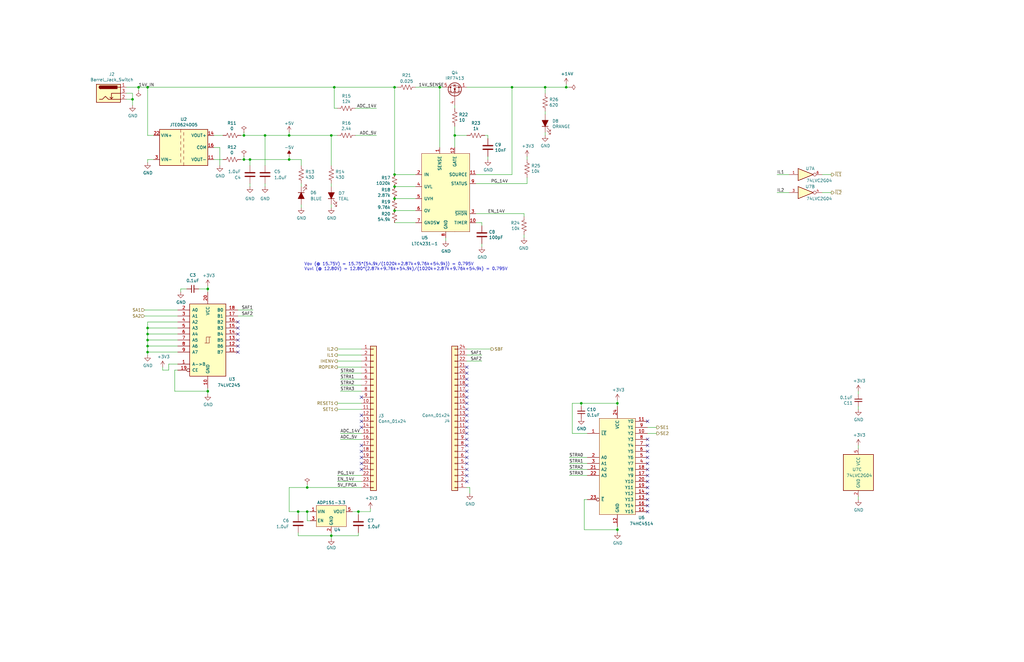
<source format=kicad_sch>
(kicad_sch (version 20211123) (generator eeschema)
  (paper "USLedger")
  (lib_symbols
    (symbol "Connector:Barrel_Jack_Switch" (pin_names hide)
      (property "Reference" "J" (at 0 5.334 0))
      (property "Value" "Barrel_Jack_Switch" (at 0 -5.08 0))
      (symbol "Barrel_Jack_Switch_0_1"
        (rectangle (start -5.08 3.81) (end 5.08 -3.81) (stroke (width 0.254)) (fill (type background)))
        (arc (start -3.302 3.175) (mid -3.937 2.54) (end -3.302 1.905) (stroke (width 0.254)))
        (arc (start -3.302 3.175) (mid -3.937 2.54) (end -3.302 1.905) (stroke (width 0.254)) (fill (type outline)))
        (polyline (pts (xy 1.27 -2.286) (xy 1.905 -1.651)) (stroke (width 0.254)))
        (polyline (pts (xy 5.08 2.54) (xy 3.81 2.54)) (stroke (width 0.254)))
        (polyline (pts (xy 5.08 0) (xy 1.27 0) (xy 1.27 -2.286) (xy 0.635 -1.651)) (stroke (width 0.254)))
        (polyline (pts (xy -3.81 -2.54) (xy -2.54 -2.54) (xy -1.27 -1.27) (xy 0 -2.54) (xy 2.54 -2.54) (xy 5.08 -2.54)) (stroke (width 0.254)))
        (rectangle (start 3.683 3.175) (end -3.302 1.905) (stroke (width 0.254)) (fill (type outline)))
      )
      (symbol "Barrel_Jack_Switch_1_1"
        (pin passive line (at 7.62 2.54 180) (length 2.54) (name "~") (number "1"))
        (pin passive line (at 7.62 -2.54 180) (length 2.54) (name "~") (number "2"))
        (pin passive line (at 7.62 0 180) (length 2.54) (name "~") (number "3"))
      )
    )
    (symbol "Connector_Generic:Conn_01x24" (pin_names (offset 1.016) hide)
      (property "Reference" "J" (at 0 30.48 0))
      (property "Value" "Conn_01x24" (at 0 -33.02 0))
      (symbol "Conn_01x24_1_1"
        (rectangle (start -1.27 -30.353) (end 0 -30.607) (stroke (width 0.1524)))
        (rectangle (start -1.27 -27.813) (end 0 -28.067) (stroke (width 0.1524)))
        (rectangle (start -1.27 -25.273) (end 0 -25.527) (stroke (width 0.1524)))
        (rectangle (start -1.27 -22.733) (end 0 -22.987) (stroke (width 0.1524)))
        (rectangle (start -1.27 -20.193) (end 0 -20.447) (stroke (width 0.1524)))
        (rectangle (start -1.27 -17.653) (end 0 -17.907) (stroke (width 0.1524)))
        (rectangle (start -1.27 -15.113) (end 0 -15.367) (stroke (width 0.1524)))
        (rectangle (start -1.27 -12.573) (end 0 -12.827) (stroke (width 0.1524)))
        (rectangle (start -1.27 -10.033) (end 0 -10.287) (stroke (width 0.1524)))
        (rectangle (start -1.27 -7.493) (end 0 -7.747) (stroke (width 0.1524)))
        (rectangle (start -1.27 -4.953) (end 0 -5.207) (stroke (width 0.1524)))
        (rectangle (start -1.27 -2.413) (end 0 -2.667) (stroke (width 0.1524)))
        (rectangle (start -1.27 0.127) (end 0 -0.127) (stroke (width 0.1524)))
        (rectangle (start -1.27 2.667) (end 0 2.413) (stroke (width 0.1524)))
        (rectangle (start -1.27 5.207) (end 0 4.953) (stroke (width 0.1524)))
        (rectangle (start -1.27 7.747) (end 0 7.493) (stroke (width 0.1524)))
        (rectangle (start -1.27 10.287) (end 0 10.033) (stroke (width 0.1524)))
        (rectangle (start -1.27 12.827) (end 0 12.573) (stroke (width 0.1524)))
        (rectangle (start -1.27 15.367) (end 0 15.113) (stroke (width 0.1524)))
        (rectangle (start -1.27 17.907) (end 0 17.653) (stroke (width 0.1524)))
        (rectangle (start -1.27 20.447) (end 0 20.193) (stroke (width 0.1524)))
        (rectangle (start -1.27 22.987) (end 0 22.733) (stroke (width 0.1524)))
        (rectangle (start -1.27 25.527) (end 0 25.273) (stroke (width 0.1524)))
        (rectangle (start -1.27 28.067) (end 0 27.813) (stroke (width 0.1524)))
        (rectangle (start -1.27 29.21) (end 1.27 -31.75) (stroke (width 0.254)) (fill (type background)))
        (pin passive line (at -5.08 27.94 0) (length 3.81) (name "Pin_1") (number "1"))
        (pin passive line (at -5.08 5.08 0) (length 3.81) (name "Pin_10") (number "10"))
        (pin passive line (at -5.08 2.54 0) (length 3.81) (name "Pin_11") (number "11"))
        (pin passive line (at -5.08 0 0) (length 3.81) (name "Pin_12") (number "12"))
        (pin passive line (at -5.08 -2.54 0) (length 3.81) (name "Pin_13") (number "13"))
        (pin passive line (at -5.08 -5.08 0) (length 3.81) (name "Pin_14") (number "14"))
        (pin passive line (at -5.08 -7.62 0) (length 3.81) (name "Pin_15") (number "15"))
        (pin passive line (at -5.08 -10.16 0) (length 3.81) (name "Pin_16") (number "16"))
        (pin passive line (at -5.08 -12.7 0) (length 3.81) (name "Pin_17") (number "17"))
        (pin passive line (at -5.08 -15.24 0) (length 3.81) (name "Pin_18") (number "18"))
        (pin passive line (at -5.08 -17.78 0) (length 3.81) (name "Pin_19") (number "19"))
        (pin passive line (at -5.08 25.4 0) (length 3.81) (name "Pin_2") (number "2"))
        (pin passive line (at -5.08 -20.32 0) (length 3.81) (name "Pin_20") (number "20"))
        (pin passive line (at -5.08 -22.86 0) (length 3.81) (name "Pin_21") (number "21"))
        (pin passive line (at -5.08 -25.4 0) (length 3.81) (name "Pin_22") (number "22"))
        (pin passive line (at -5.08 -27.94 0) (length 3.81) (name "Pin_23") (number "23"))
        (pin passive line (at -5.08 -30.48 0) (length 3.81) (name "Pin_24") (number "24"))
        (pin passive line (at -5.08 22.86 0) (length 3.81) (name "Pin_3") (number "3"))
        (pin passive line (at -5.08 20.32 0) (length 3.81) (name "Pin_4") (number "4"))
        (pin passive line (at -5.08 17.78 0) (length 3.81) (name "Pin_5") (number "5"))
        (pin passive line (at -5.08 15.24 0) (length 3.81) (name "Pin_6") (number "6"))
        (pin passive line (at -5.08 12.7 0) (length 3.81) (name "Pin_7") (number "7"))
        (pin passive line (at -5.08 10.16 0) (length 3.81) (name "Pin_8") (number "8"))
        (pin passive line (at -5.08 7.62 0) (length 3.81) (name "Pin_9") (number "9"))
      )
    )
    (symbol "Converter_DCDC:JTE0624D05"
      (property "Reference" "U" (at -10.16 8.89 0))
      (property "Value" "JTE0624D05" (at -3.81 8.89 0))
      (symbol "JTE0624D05_0_1"
        (rectangle (start -10.16 7.62) (end 10.16 -7.62) (stroke (width 0.254)) (fill (type background)))
        (polyline (pts (xy -1.27 -5.08) (xy -1.27 -6.35)))
        (polyline (pts (xy -1.27 -2.54) (xy -1.27 -3.81)))
        (polyline (pts (xy -1.27 0) (xy -1.27 -1.27)))
        (polyline (pts (xy -1.27 2.54) (xy -1.27 1.27)))
        (polyline (pts (xy -1.27 5.08) (xy -1.27 3.81)))
        (polyline (pts (xy -1.27 7.62) (xy -1.27 6.35)))
        (polyline (pts (xy 0 -7.62) (xy 0 -6.35)))
        (polyline (pts (xy 0 -5.08) (xy 0 -3.81)))
        (polyline (pts (xy 0 -1.27) (xy 0 -2.54)))
        (polyline (pts (xy 0 0) (xy 0 1.27)))
        (polyline (pts (xy 0 2.54) (xy 0 3.81)))
        (polyline (pts (xy 0 5.08) (xy 0 6.35)))
      )
      (symbol "JTE0624D05_1_1"
        (pin power_out line (at 12.7 -5.08 180) (length 2.54) (name "VOUT-") (number "11"))
        (pin power_out line (at 12.7 5.08 180) (length 2.54) (name "VOUT+") (number "14"))
        (pin power_out line (at 12.7 0 180) (length 2.54) (name "COM") (number "16"))
        (pin passive line (at -12.7 -5.08 0) (length 2.54) hide (name "VIN-") (number "2"))
        (pin power_in line (at -12.7 5.08 0) (length 2.54) (name "VIN+") (number "22"))
        (pin passive line (at -12.7 5.08 0) (length 2.54) hide (name "VIN+") (number "23"))
        (pin power_in line (at -12.7 -5.08 0) (length 2.54) (name "VIN-") (number "3"))
        (pin passive line (at 12.7 0 180) (length 2.54) hide (name "COM") (number "9"))
      )
    )
    (symbol "Device:C" (pin_numbers hide) (pin_names (offset 0.254))
      (property "Reference" "C" (at 0.635 2.54 0))
      (property "Value" "C" (at 0.635 -2.54 0))
      (symbol "C_0_1"
        (polyline (pts (xy -2.032 -0.762) (xy 2.032 -0.762)) (stroke (width 0.508)))
        (polyline (pts (xy -2.032 0.762) (xy 2.032 0.762)) (stroke (width 0.508)))
      )
      (symbol "C_1_1"
        (pin passive line (at 0 3.81 270) (length 2.794) (name "~") (number "1"))
        (pin passive line (at 0 -3.81 90) (length 2.794) (name "~") (number "2"))
      )
    )
    (symbol "Device:C_Small" (pin_numbers hide) (pin_names (offset 0.254) hide)
      (property "Reference" "C" (at 0.254 1.778 0))
      (property "Value" "C_Small" (at 0.254 -2.032 0))
      (symbol "C_Small_0_1"
        (polyline (pts (xy -1.524 -0.508) (xy 1.524 -0.508)) (stroke (width 0.3302)))
        (polyline (pts (xy -1.524 0.508) (xy 1.524 0.508)) (stroke (width 0.3048)))
      )
      (symbol "C_Small_1_1"
        (pin passive line (at 0 2.54 270) (length 2.032) (name "~") (number "1"))
        (pin passive line (at 0 -2.54 90) (length 2.032) (name "~") (number "2"))
      )
    )
    (symbol "Device:LED_Filled" (pin_numbers hide) (pin_names (offset 1.016) hide)
      (property "Reference" "D" (at 0 2.54 0))
      (property "Value" "LED_Filled" (at 0 -2.54 0))
      (symbol "LED_Filled_0_1"
        (polyline (pts (xy -1.27 -1.27) (xy -1.27 1.27)) (stroke (width 0.254)))
        (polyline (pts (xy -1.27 0) (xy 1.27 0)))
        (polyline (pts (xy 1.27 -1.27) (xy 1.27 1.27) (xy -1.27 0) (xy 1.27 -1.27)) (stroke (width 0.254)) (fill (type outline)))
        (polyline (pts (xy -3.048 -0.762) (xy -4.572 -2.286) (xy -3.81 -2.286) (xy -4.572 -2.286) (xy -4.572 -1.524)))
        (polyline (pts (xy -1.778 -0.762) (xy -3.302 -2.286) (xy -2.54 -2.286) (xy -3.302 -2.286) (xy -3.302 -1.524)))
      )
      (symbol "LED_Filled_1_1"
        (pin passive line (at -3.81 0 0) (length 2.54) (name "K") (number "1"))
        (pin passive line (at 3.81 0 180) (length 2.54) (name "A") (number "2"))
      )
    )
    (symbol "Device:R_Small_US" (pin_numbers hide) (pin_names (offset 0.254) hide)
      (property "Reference" "R" (at 0.762 0.508 0))
      (property "Value" "R_Small_US" (at 0.762 -1.016 0))
      (symbol "R_Small_US_1_1"
        (polyline (pts (xy 0 0) (xy 1.016 -0.381) (xy 0 -0.762) (xy -1.016 -1.143) (xy 0 -1.524)))
        (polyline (pts (xy 0 1.524) (xy 1.016 1.143) (xy 0 0.762) (xy -1.016 0.381) (xy 0 0)))
        (pin passive line (at 0 2.54 270) (length 1.016) (name "~") (number "1"))
        (pin passive line (at 0 -2.54 90) (length 1.016) (name "~") (number "2"))
      )
    )
    (symbol "Device:R_US" (pin_numbers hide) (pin_names (offset 0))
      (property "Reference" "R" (at 2.54 0 90))
      (property "Value" "R_US" (at -2.54 0 90))
      (symbol "R_US_0_1"
        (polyline (pts (xy 0 -2.286) (xy 0 -2.54)))
        (polyline (pts (xy 0 2.286) (xy 0 2.54)))
        (polyline (pts (xy 0 -0.762) (xy 1.016 -1.143) (xy 0 -1.524) (xy -1.016 -1.905) (xy 0 -2.286)))
        (polyline (pts (xy 0 0.762) (xy 1.016 0.381) (xy 0 0) (xy -1.016 -0.381) (xy 0 -0.762)))
        (polyline (pts (xy 0 2.286) (xy 1.016 1.905) (xy 0 1.524) (xy -1.016 1.143) (xy 0 0.762)))
      )
      (symbol "R_US_1_1"
        (pin passive line (at 0 3.81 270) (length 1.27) (name "~") (number "1"))
        (pin passive line (at 0 -3.81 90) (length 1.27) (name "~") (number "2"))
      )
    )
    (symbol "lachesis:+14V" (power) (pin_names (offset 0))
      (property "Value" "+14V" (at 0 3.556 0))
      (symbol "+14V_0_1"
        (polyline (pts (xy -0.762 1.27) (xy 0 2.54)))
        (polyline (pts (xy 0 0) (xy 0 2.54)))
        (polyline (pts (xy 0 2.54) (xy 0.762 1.27)))
      )
      (symbol "+14V_1_1"
        (pin power_in line (at 0 0 90) (length 0) hide (name "+14V") (number "1"))
      )
    )
    (symbol "lachesis:74HC4514" (pin_names (offset 0.762))
      (property "Reference" "U" (at 6.35 21.59 0))
      (property "Value" "74HC4514" (at 7.62 -22.86 0))
      (symbol "74HC4514_0_1"
        (rectangle (start 7.62 20.32) (end -7.62 -20.32) (fill (type background)))
      )
      (symbol "74HC4514_1_1"
        (pin input line (at -12.7 13.97 0) (length 5.08) (name "~{LE}") (number "1"))
        (pin output line (at 12.7 13.97 180) (length 5.08) (name "Y2") (number "10"))
        (pin output line (at 12.7 19.05 180) (length 5.08) (name "Y0") (number "11"))
        (pin power_in line (at 0 -25.4 90) (length 5.08) (name "GND") (number "12"))
        (pin output line (at 12.7 -13.97 180) (length 5.08) (name "Y13") (number "13"))
        (pin output line (at 12.7 -11.43 180) (length 5.08) (name "Y12") (number "14"))
        (pin output line (at 12.7 -19.05 180) (length 5.08) (name "Y15") (number "15"))
        (pin output line (at 12.7 -16.51 180) (length 5.08) (name "Y14") (number "16"))
        (pin output line (at 12.7 -3.81 180) (length 5.08) (name "Y9") (number "17"))
        (pin output line (at 12.7 -1.27 180) (length 5.08) (name "Y8") (number "18"))
        (pin output line (at 12.7 -8.89 180) (length 5.08) (name "Y11") (number "19"))
        (pin input line (at -12.7 3.81 0) (length 5.08) (name "A0") (number "2"))
        (pin output line (at 12.7 -6.35 180) (length 5.08) (name "Y10") (number "20"))
        (pin input line (at -12.7 -1.27 0) (length 5.08) (name "A2") (number "21"))
        (pin input line (at -12.7 -3.81 0) (length 5.08) (name "A3") (number "22"))
        (pin input inverted (at -12.7 -13.97 0) (length 5.08) (name "~{E}") (number "23"))
        (pin power_in line (at 0 25.4 270) (length 5.08) (name "VCC") (number "24"))
        (pin input line (at -12.7 1.27 0) (length 5.08) (name "A1") (number "3"))
        (pin output line (at 12.7 1.27 180) (length 5.08) (name "Y7") (number "4"))
        (pin output line (at 12.7 3.81 180) (length 5.08) (name "Y6") (number "5"))
        (pin output line (at 12.7 6.35 180) (length 5.08) (name "Y5") (number "6"))
        (pin output line (at 12.7 8.89 180) (length 5.08) (name "Y4") (number "7"))
        (pin output line (at 12.7 11.43 180) (length 5.08) (name "Y3") (number "8"))
        (pin output line (at 12.7 16.51 180) (length 5.08) (name "Y1") (number "9"))
      )
    )
    (symbol "lachesis:74LVC245" (pin_names (offset 1.016))
      (property "Reference" "U" (at -7.62 16.51 0))
      (property "Value" "74LVC245" (at -7.62 -16.51 0))
      (symbol "74LVC245_1_0"
        (polyline (pts (xy -0.635 -1.27) (xy -0.635 1.27) (xy 0.635 1.27)))
        (polyline (pts (xy -1.27 -1.27) (xy 0.635 -1.27) (xy 0.635 1.27) (xy 1.27 1.27)))
        (pin input line (at -12.7 -10.16 0) (length 5.08) (name "A->B") (number "1"))
        (pin power_in line (at 0 -20.32 90) (length 5.08) (name "GND") (number "10"))
        (pin output line (at 12.7 -5.08 180) (length 5.08) (name "B7") (number "11"))
        (pin output line (at 12.7 -2.54 180) (length 5.08) (name "B6") (number "12"))
        (pin output line (at 12.7 0 180) (length 5.08) (name "B5") (number "13"))
        (pin output line (at 12.7 2.54 180) (length 5.08) (name "B4") (number "14"))
        (pin output line (at 12.7 5.08 180) (length 5.08) (name "B3") (number "15"))
        (pin output line (at 12.7 7.62 180) (length 5.08) (name "B2") (number "16"))
        (pin output line (at 12.7 10.16 180) (length 5.08) (name "B1") (number "17"))
        (pin output line (at 12.7 12.7 180) (length 5.08) (name "B0") (number "18"))
        (pin input inverted (at -12.7 -12.7 0) (length 5.08) (name "CE") (number "19"))
        (pin input line (at -12.7 12.7 0) (length 5.08) (name "A0") (number "2"))
        (pin power_in line (at 0 20.32 270) (length 5.08) (name "VCC") (number "20"))
        (pin input line (at -12.7 10.16 0) (length 5.08) (name "A1") (number "3"))
        (pin input line (at -12.7 7.62 0) (length 5.08) (name "A2") (number "4"))
        (pin input line (at -12.7 5.08 0) (length 5.08) (name "A3") (number "5"))
        (pin input line (at -12.7 2.54 0) (length 5.08) (name "A4") (number "6"))
        (pin input line (at -12.7 0 0) (length 5.08) (name "A5") (number "7"))
        (pin input line (at -12.7 -2.54 0) (length 5.08) (name "A6") (number "8"))
        (pin input line (at -12.7 -5.08 0) (length 5.08) (name "A7") (number "9"))
      )
      (symbol "74LVC245_1_1"
        (rectangle (start -7.62 15.24) (end 7.62 -15.24) (stroke (width 0.254)) (fill (type background)))
      )
    )
    (symbol "lachesis:74LVC2G04" (pin_names (offset 1.016))
      (property "Reference" "U" (at -1.27 2.54 0))
      (property "Value" "74LVC2G04" (at 0 0 0))
      (symbol "74LVC2G04_1_1"
        (polyline (pts (xy -3.81 2.54) (xy -3.81 -2.54) (xy 2.54 0) (xy -3.81 2.54)) (stroke (width 0.254)) (fill (type background)))
        (pin input line (at -7.62 0 0) (length 3.81) (name "~") (number "1"))
        (pin output inverted (at 6.35 0 180) (length 3.81) (name "~") (number "6"))
      )
      (symbol "74LVC2G04_2_1"
        (polyline (pts (xy -3.81 2.54) (xy -3.81 -2.54) (xy 2.54 0) (xy -3.81 2.54)) (stroke (width 0.254)) (fill (type background)))
        (pin input line (at -7.62 0 0) (length 3.81) (name "~") (number "3"))
        (pin output inverted (at 6.35 0 180) (length 3.81) (name "~") (number "4"))
      )
      (symbol "74LVC2G04_3_1"
        (rectangle (start -6.35 8.89) (end 6.35 -6.35) (stroke (width 0.254)) (fill (type background)))
        (pin power_in line (at 0 -8.89 90) (length 2.54) (name "GND") (number "2"))
        (pin power_in line (at 0 11.43 270) (length 2.54) (name "VCC") (number "5"))
      )
    )
    (symbol "lachesis:ADP151-3.3"
      (property "Reference" "U" (at 1.27 -5.08 0))
      (property "Value" "ADP151-3.3" (at 0 6.35 0))
      (symbol "ADP151-3.3_0_1"
        (rectangle (start -6.35 5.08) (end 6.35 -3.81) (fill (type background)))
      )
      (symbol "ADP151-3.3_1_1"
        (pin power_in line (at -8.89 2.54 0) (length 2.54) (name "VIN") (number "1"))
        (pin power_in line (at 0 -6.35 90) (length 2.54) (name "GND") (number "2"))
        (pin input line (at -8.89 -1.27 0) (length 2.54) (name "EN") (number "3"))
        (pin no_connect line (at 8.89 -1.27 180) (length 2.54) hide (name "NC") (number "4"))
        (pin power_out line (at 8.89 2.54 180) (length 2.54) (name "VOUT") (number "5"))
      )
    )
    (symbol "lachesis:LTC4231-1" (pin_names (offset 1.016))
      (property "Reference" "U" (at 7.62 -20.32 0))
      (property "Value" "LTC4231-1" (at 7.62 -17.78 0))
      (symbol "LTC4231-1_0_1"
        (rectangle (start -10.16 16.51) (end 10.16 -16.51) (fill (type background)))
        (rectangle (start 3.81 -16.51) (end 3.81 -16.51))
      )
      (symbol "LTC4231-1_1_1"
        (pin input line (at -2.54 19.05 270) (length 2.54) (name "SENSE") (number "1"))
        (pin input line (at 12.7 -12.7 180) (length 2.54) (name "TIMER") (number "10"))
        (pin input line (at 12.7 7.62 180) (length 2.54) (name "SOURCE") (number "11"))
        (pin output line (at 3.81 19.05 270) (length 2.54) (name "GATE") (number "12"))
        (pin input line (at -12.7 7.62 0) (length 2.54) (name "IN") (number "2"))
        (pin input line (at 12.7 -8.89 180) (length 2.54) (name "~{SHDN}") (number "3"))
        (pin input line (at -12.7 2.54 0) (length 2.54) (name "UVL") (number "4"))
        (pin input line (at -12.7 -2.54 0) (length 2.54) (name "UVH") (number "5"))
        (pin input line (at -12.7 -7.62 0) (length 2.54) (name "OV") (number "6"))
        (pin input line (at -12.7 -12.7 0) (length 2.54) (name "GNDSW") (number "7"))
        (pin power_in line (at 0 -19.05 90) (length 2.54) (name "GND") (number "8"))
        (pin input line (at 12.7 3.81 180) (length 2.54) (name "STATUS") (number "9"))
      )
    )
    (symbol "lachesis:Q_NMOS_SO8" (pin_names (offset 0) hide)
      (property "Reference" "Q" (at 5.08 1.27 0))
      (property "Value" "Q_NMOS_SO8" (at 5.08 -1.27 0))
      (symbol "Q_NMOS_SO8_0_1"
        (polyline (pts (xy 0.254 0) (xy -2.54 0)))
        (polyline (pts (xy 0.254 1.905) (xy 0.254 -1.905)) (stroke (width 0.254)))
        (polyline (pts (xy 0.762 -1.27) (xy 0.762 -2.286)) (stroke (width 0.254)))
        (polyline (pts (xy 0.762 0.508) (xy 0.762 -0.508)) (stroke (width 0.254)))
        (polyline (pts (xy 0.762 2.286) (xy 0.762 1.27)) (stroke (width 0.254)))
        (polyline (pts (xy 2.54 2.54) (xy 2.54 1.778)))
        (polyline (pts (xy 2.54 -2.54) (xy 2.54 0) (xy 0.762 0)))
        (polyline (pts (xy 0.762 -1.778) (xy 3.302 -1.778) (xy 3.302 1.778) (xy 0.762 1.778)))
        (polyline (pts (xy 1.016 0) (xy 2.032 0.381) (xy 2.032 -0.381) (xy 1.016 0)) (fill (type outline)))
        (polyline (pts (xy 2.794 0.508) (xy 2.921 0.381) (xy 3.683 0.381) (xy 3.81 0.254)))
        (polyline (pts (xy 3.302 0.381) (xy 2.921 -0.254) (xy 3.683 -0.254) (xy 3.302 0.381)))
        (circle (center 1.651 0) (radius 2.794) (stroke (width 0.254)))
        (circle (center 2.54 -1.778) (radius 0.254) (fill (type outline)))
        (circle (center 2.54 1.778) (radius 0.254) (fill (type outline)))
      )
      (symbol "Q_NMOS_SO8_1_1"
        (pin passive line (at 2.54 -5.08 90) (length 2.54) (name "S") (number "1"))
        (pin passive line (at 2.54 -5.08 90) (length 2.54) hide (name "S") (number "2"))
        (pin passive line (at 2.54 -5.08 90) (length 2.54) hide (name "S") (number "3"))
        (pin input line (at -5.08 0 0) (length 2.54) (name "G") (number "4"))
        (pin passive line (at 2.54 5.08 270) (length 2.54) (name "D") (number "5"))
        (pin passive line (at 2.54 5.08 270) (length 2.54) hide (name "D") (number "6"))
        (pin passive line (at 2.54 5.08 270) (length 2.54) hide (name "D") (number "7"))
        (pin passive line (at 2.54 5.08 270) (length 2.54) hide (name "D") (number "8"))
      )
    )
    (symbol "power:+3.3V" (power) (pin_names (offset 0))
      (property "Value" "+3.3V" (at 0 3.556 0))
      (symbol "+3.3V_0_1"
        (polyline (pts (xy -0.762 1.27) (xy 0 2.54)))
        (polyline (pts (xy 0 0) (xy 0 2.54)))
        (polyline (pts (xy 0 2.54) (xy 0.762 1.27)))
      )
      (symbol "+3.3V_1_1"
        (pin power_in line (at 0 0 90) (length 0) hide (name "+3V3") (number "1"))
      )
    )
    (symbol "power:+5V" (power) (pin_names (offset 0))
      (property "Value" "+5V" (at 0 3.556 0))
      (symbol "+5V_0_1"
        (polyline (pts (xy -0.762 1.27) (xy 0 2.54)))
        (polyline (pts (xy 0 0) (xy 0 2.54)))
        (polyline (pts (xy 0 2.54) (xy 0.762 1.27)))
      )
      (symbol "+5V_1_1"
        (pin power_in line (at 0 0 90) (length 0) hide (name "+5V") (number "1"))
      )
    )
    (symbol "power:-5V" (power) (pin_names (offset 0))
      (property "Value" "-5V" (at 0 3.81 0))
      (symbol "-5V_0_0"
        (pin power_in line (at 0 0 90) (length 0) hide (name "-5V") (number "1"))
      )
      (symbol "-5V_0_1"
        (polyline (pts (xy 0 0) (xy 0 1.27) (xy 0.762 1.27) (xy 0 2.54) (xy -0.762 1.27) (xy 0 1.27)) (fill (type outline)))
      )
    )
    (symbol "power:GND" (power) (pin_names (offset 0))
      (property "Value" "GND" (at 0 -3.81 0))
      (symbol "GND_0_1"
        (polyline (pts (xy 0 0) (xy 0 -1.27) (xy 1.27 -1.27) (xy 0 -2.54) (xy -1.27 -1.27) (xy 0 -1.27)))
      )
      (symbol "GND_1_1"
        (pin power_in line (at 0 0 270) (length 0) hide (name "GND") (number "1"))
      )
    )
    (symbol "power:PWR_FLAG" (power) (pin_numbers hide) (pin_names (offset 0) hide)
      (property "Value" "PWR_FLAG" (at 0 3.81 0))
      (symbol "PWR_FLAG_0_0"
        (pin power_out line (at 0 0 90) (length 0) (name "pwr") (number "1"))
      )
      (symbol "PWR_FLAG_0_1"
        (polyline (pts (xy 0 0) (xy 0 1.27) (xy -1.016 1.905) (xy 0 2.54) (xy 1.016 1.905) (xy 0 1.27)))
      )
    )
  )
  (junction (at 102.87 57.15))
  (junction (at 151.13 215.9))
  (junction (at 121.92 67.31))
  (junction (at 87.63 165.1))
  (junction (at 62.23 148.59))
  (junction (at 139.7 57.15))
  (junction (at 238.76 36.83))
  (junction (at 62.23 138.43))
  (junction (at 140.97 36.83))
  (junction (at 166.37 73.66))
  (junction (at 166.37 36.83))
  (junction (at 87.63 121.92))
  (junction (at 229.87 36.83))
  (junction (at 166.37 78.74))
  (junction (at 62.23 143.51))
  (junction (at 111.76 57.15))
  (junction (at 102.87 67.31))
  (junction (at 105.41 67.31))
  (junction (at 260.35 170.18))
  (junction (at 260.35 223.52))
  (junction (at 166.37 83.82))
  (junction (at 58.42 36.83))
  (junction (at 166.37 88.9))
  (junction (at 125.73 215.9))
  (junction (at 62.23 36.83))
  (junction (at 139.7 226.06))
  (junction (at 245.11 170.18))
  (junction (at 62.23 146.05))
  (junction (at 185.42 36.83))
  (junction (at 55.88 41.91))
  (junction (at 215.9 36.83))
  (junction (at 129.54 205.74))
  (junction (at 62.23 140.97))
  (junction (at 191.77 57.15))
  (junction (at 129.54 215.9))
  (junction (at 121.92 57.15))
  (no_connect (at 273.05 210.82))
  (no_connect (at 273.05 187.96))
  (no_connect (at 152.4 190.5))
  (no_connect (at 152.4 193.04))
  (no_connect (at 152.4 195.58))
  (no_connect (at 152.4 198.12))
  (no_connect (at 152.4 175.26))
  (no_connect (at 152.4 180.34))
  (no_connect (at 152.4 167.64))
  (no_connect (at 196.85 157.48))
  (no_connect (at 196.85 162.56))
  (no_connect (at 196.85 165.1))
  (no_connect (at 196.85 167.64))
  (no_connect (at 196.85 175.26))
  (no_connect (at 196.85 177.8))
  (no_connect (at 196.85 180.34))
  (no_connect (at 196.85 182.88))
  (no_connect (at 196.85 185.42))
  (no_connect (at 196.85 187.96))
  (no_connect (at 273.05 200.66))
  (no_connect (at 152.4 187.96))
  (no_connect (at 196.85 198.12))
  (no_connect (at 196.85 200.66))
  (no_connect (at 196.85 193.04))
  (no_connect (at 196.85 195.58))
  (no_connect (at 273.05 193.04))
  (no_connect (at 196.85 172.72))
  (no_connect (at 273.05 213.36))
  (no_connect (at 196.85 170.18))
  (no_connect (at 196.85 190.5))
  (no_connect (at 100.33 135.89))
  (no_connect (at 100.33 138.43))
  (no_connect (at 100.33 140.97))
  (no_connect (at 100.33 143.51))
  (no_connect (at 100.33 146.05))
  (no_connect (at 100.33 148.59))
  (no_connect (at 273.05 208.28))
  (no_connect (at 273.05 190.5))
  (no_connect (at 273.05 198.12))
  (no_connect (at 273.05 215.9))
  (no_connect (at 196.85 154.94))
  (no_connect (at 196.85 160.02))
  (no_connect (at 273.05 195.58))
  (no_connect (at 152.4 177.8))
  (no_connect (at 196.85 203.2))
  (no_connect (at 273.05 185.42))
  (no_connect (at 273.05 205.74))
  (no_connect (at 273.05 203.2))
  (no_connect (at 273.05 177.8))
  (wire (pts (xy 125.73 215.9) (xy 129.54 215.9)))
  (wire (pts (xy 361.95 187.96) (xy 361.95 189.23)))
  (wire (pts (xy 166.37 36.83) (xy 166.37 73.66)))
  (wire (pts (xy 246.38 223.52) (xy 260.35 223.52)))
  (wire (pts (xy 203.2 93.98) (xy 203.2 95.25)))
  (wire (pts (xy 240.03 198.12) (xy 247.65 198.12)))
  (wire (pts (xy 62.23 36.83) (xy 62.23 57.15)))
  (wire (pts (xy 129.54 205.74) (xy 152.4 205.74)))
  (wire (pts (xy 105.41 67.31) (xy 105.41 69.85)))
  (wire (pts (xy 198.12 205.74) (xy 198.12 208.28)))
  (wire (pts (xy 139.7 226.06) (xy 151.13 226.06)))
  (wire (pts (xy 62.23 148.59) (xy 74.93 148.59)))
  (wire (pts (xy 175.26 88.9) (xy 166.37 88.9)))
  (wire (pts (xy 361.95 171.45) (xy 361.95 172.72)))
  (wire (pts (xy 139.7 226.06) (xy 139.7 227.33)))
  (wire (pts (xy 90.17 62.23) (xy 92.71 62.23)))
  (wire (pts (xy 62.23 68.58) (xy 62.23 67.31)))
  (wire (pts (xy 196.85 205.74) (xy 198.12 205.74)))
  (wire (pts (xy 53.34 41.91) (xy 55.88 41.91)))
  (wire (pts (xy 241.3 170.18) (xy 241.3 182.88)))
  (wire (pts (xy 121.92 67.31) (xy 127 67.31)))
  (wire (pts (xy 229.87 39.37) (xy 229.87 36.83)))
  (wire (pts (xy 139.7 224.79) (xy 139.7 226.06)))
  (wire (pts (xy 260.35 168.91) (xy 260.35 170.18)))
  (wire (pts (xy 245.11 170.18) (xy 241.3 170.18)))
  (wire (pts (xy 205.74 67.31) (xy 205.74 66.04)))
  (wire (pts (xy 220.98 90.17) (xy 220.98 91.44)))
  (wire (pts (xy 142.24 154.94) (xy 152.4 154.94)))
  (wire (pts (xy 200.66 90.17) (xy 220.98 90.17)))
  (wire (pts (xy 127 69.85) (xy 127 67.31)))
  (wire (pts (xy 143.51 157.48) (xy 152.4 157.48)))
  (wire (pts (xy 71.12 156.21) (xy 68.58 156.21)))
  (wire (pts (xy 55.88 41.91) (xy 55.88 39.37)))
  (wire (pts (xy 90.17 57.15) (xy 93.98 57.15)))
  (wire (pts (xy 156.21 215.9) (xy 156.21 214.63)))
  (wire (pts (xy 53.34 36.83) (xy 58.42 36.83)))
  (wire (pts (xy 191.77 44.45) (xy 191.77 45.72)))
  (wire (pts (xy 229.87 36.83) (xy 238.76 36.83)))
  (wire (pts (xy 260.35 223.52) (xy 260.35 222.25)))
  (wire (pts (xy 105.41 77.47) (xy 105.41 78.74)))
  (wire (pts (xy 62.23 146.05) (xy 62.23 148.59)))
  (wire (pts (xy 101.6 57.15) (xy 102.87 57.15)))
  (wire (pts (xy 73.66 165.1) (xy 87.63 165.1)))
  (wire (pts (xy 102.87 57.15) (xy 111.76 57.15)))
  (wire (pts (xy 238.76 36.83) (xy 238.76 35.56)))
  (wire (pts (xy 152.4 182.88) (xy 143.51 182.88)))
  (wire (pts (xy 332.74 81.28) (xy 327.66 81.28)))
  (wire (pts (xy 151.13 215.9) (xy 151.13 217.17)))
  (wire (pts (xy 142.24 200.66) (xy 152.4 200.66)))
  (wire (pts (xy 203.2 152.4) (xy 196.85 152.4)))
  (wire (pts (xy 215.9 73.66) (xy 215.9 36.83)))
  (wire (pts (xy 62.23 138.43) (xy 62.23 140.97)))
  (wire (pts (xy 152.4 170.18) (xy 142.24 170.18)))
  (wire (pts (xy 74.93 156.21) (xy 73.66 156.21)))
  (wire (pts (xy 111.76 57.15) (xy 121.92 57.15)))
  (wire (pts (xy 222.25 74.93) (xy 222.25 77.47)))
  (wire (pts (xy 87.63 121.92) (xy 83.82 121.92)))
  (wire (pts (xy 229.87 55.88) (xy 229.87 57.15)))
  (wire (pts (xy 102.87 66.04) (xy 102.87 67.31)))
  (wire (pts (xy 185.42 36.83) (xy 186.69 36.83)))
  (wire (pts (xy 166.37 83.82) (xy 175.26 83.82)))
  (wire (pts (xy 245.11 171.45) (xy 245.11 170.18)))
  (wire (pts (xy 111.76 78.74) (xy 111.76 77.47)))
  (wire (pts (xy 200.66 77.47) (xy 222.25 77.47)))
  (wire (pts (xy 62.23 140.97) (xy 74.93 140.97)))
  (wire (pts (xy 222.25 66.04) (xy 222.25 67.31)))
  (wire (pts (xy 74.93 135.89) (xy 62.23 135.89)))
  (wire (pts (xy 166.37 73.66) (xy 175.26 73.66)))
  (wire (pts (xy 139.7 78.74) (xy 139.7 77.47)))
  (wire (pts (xy 87.63 165.1) (xy 87.63 163.83)))
  (wire (pts (xy 121.92 205.74) (xy 129.54 205.74)))
  (wire (pts (xy 125.73 224.79) (xy 125.73 226.06)))
  (wire (pts (xy 74.93 130.81) (xy 60.96 130.81)))
  (wire (pts (xy 200.66 93.98) (xy 203.2 93.98)))
  (wire (pts (xy 260.35 224.79) (xy 260.35 223.52)))
  (wire (pts (xy 139.7 69.85) (xy 139.7 57.15)))
  (wire (pts (xy 121.92 215.9) (xy 125.73 215.9)))
  (wire (pts (xy 203.2 104.14) (xy 203.2 102.87)))
  (wire (pts (xy 129.54 219.71) (xy 129.54 215.9)))
  (wire (pts (xy 361.95 165.1) (xy 361.95 166.37)))
  (wire (pts (xy 58.42 38.1) (xy 58.42 36.83)))
  (wire (pts (xy 200.66 73.66) (xy 215.9 73.66)))
  (wire (pts (xy 346.71 73.66) (xy 350.52 73.66)))
  (wire (pts (xy 260.35 170.18) (xy 260.35 171.45)))
  (wire (pts (xy 87.63 166.37) (xy 87.63 165.1)))
  (wire (pts (xy 151.13 226.06) (xy 151.13 224.79)))
  (wire (pts (xy 76.2 121.92) (xy 76.2 123.19)))
  (wire (pts (xy 73.66 156.21) (xy 73.66 165.1)))
  (wire (pts (xy 185.42 62.23) (xy 185.42 36.83)))
  (wire (pts (xy 100.33 133.35) (xy 106.68 133.35)))
  (wire (pts (xy 127 86.36) (xy 127 87.63)))
  (wire (pts (xy 143.51 160.02) (xy 152.4 160.02)))
  (wire (pts (xy 196.85 147.32) (xy 207.01 147.32)))
  (wire (pts (xy 152.4 147.32) (xy 142.24 147.32)))
  (wire (pts (xy 139.7 86.36) (xy 139.7 87.63)))
  (wire (pts (xy 152.4 149.86) (xy 142.24 149.86)))
  (wire (pts (xy 240.03 195.58) (xy 247.65 195.58)))
  (wire (pts (xy 92.71 62.23) (xy 92.71 69.85)))
  (wire (pts (xy 149.86 45.72) (xy 158.75 45.72)))
  (wire (pts (xy 68.58 156.21) (xy 68.58 154.94)))
  (wire (pts (xy 148.59 215.9) (xy 151.13 215.9)))
  (wire (pts (xy 220.98 100.33) (xy 220.98 99.06)))
  (wire (pts (xy 140.97 45.72) (xy 142.24 45.72)))
  (wire (pts (xy 127 78.74) (xy 127 77.47)))
  (wire (pts (xy 196.85 36.83) (xy 215.9 36.83)))
  (wire (pts (xy 240.03 200.66) (xy 247.65 200.66)))
  (wire (pts (xy 140.97 36.83) (xy 166.37 36.83)))
  (wire (pts (xy 361.95 209.55) (xy 361.95 210.82)))
  (wire (pts (xy 246.38 210.82) (xy 246.38 223.52)))
  (wire (pts (xy 205.74 58.42) (xy 205.74 57.15)))
  (wire (pts (xy 273.05 182.88) (xy 276.86 182.88)))
  (wire (pts (xy 62.23 148.59) (xy 62.23 149.86)))
  (wire (pts (xy 125.73 226.06) (xy 139.7 226.06)))
  (wire (pts (xy 62.23 57.15) (xy 64.77 57.15)))
  (wire (pts (xy 247.65 210.82) (xy 246.38 210.82)))
  (wire (pts (xy 62.23 140.97) (xy 62.23 143.51)))
  (wire (pts (xy 229.87 48.26) (xy 229.87 46.99)))
  (wire (pts (xy 273.05 180.34) (xy 276.86 180.34)))
  (wire (pts (xy 58.42 36.83) (xy 62.23 36.83)))
  (wire (pts (xy 87.63 120.65) (xy 87.63 121.92)))
  (wire (pts (xy 191.77 53.34) (xy 191.77 57.15)))
  (wire (pts (xy 62.23 67.31) (xy 64.77 67.31)))
  (wire (pts (xy 55.88 39.37) (xy 53.34 39.37)))
  (wire (pts (xy 241.3 182.88) (xy 247.65 182.88)))
  (wire (pts (xy 149.86 57.15) (xy 158.75 57.15)))
  (wire (pts (xy 62.23 135.89) (xy 62.23 138.43)))
  (wire (pts (xy 130.81 219.71) (xy 129.54 219.71)))
  (wire (pts (xy 62.23 36.83) (xy 140.97 36.83)))
  (wire (pts (xy 102.87 67.31) (xy 105.41 67.31)))
  (wire (pts (xy 166.37 36.83) (xy 167.64 36.83)))
  (wire (pts (xy 260.35 170.18) (xy 245.11 170.18)))
  (wire (pts (xy 142.24 203.2) (xy 152.4 203.2)))
  (wire (pts (xy 62.23 143.51) (xy 62.23 146.05)))
  (wire (pts (xy 152.4 185.42) (xy 143.51 185.42)))
  (wire (pts (xy 152.4 172.72) (xy 142.24 172.72)))
  (wire (pts (xy 205.74 57.15) (xy 204.47 57.15)))
  (wire (pts (xy 105.41 67.31) (xy 121.92 67.31)))
  (wire (pts (xy 121.92 215.9) (xy 121.92 205.74)))
  (wire (pts (xy 129.54 204.47) (xy 129.54 205.74)))
  (wire (pts (xy 191.77 57.15) (xy 191.77 62.23)))
  (wire (pts (xy 346.71 81.28) (xy 350.52 81.28)))
  (wire (pts (xy 74.93 133.35) (xy 60.96 133.35)))
  (wire (pts (xy 140.97 36.83) (xy 140.97 45.72)))
  (wire (pts (xy 143.51 165.1) (xy 152.4 165.1)))
  (wire (pts (xy 121.92 67.31) (xy 121.92 66.04)))
  (wire (pts (xy 101.6 67.31) (xy 102.87 67.31)))
  (wire (pts (xy 71.12 153.67) (xy 71.12 156.21)))
  (wire (pts (xy 125.73 215.9) (xy 125.73 217.17)))
  (wire (pts (xy 55.88 41.91) (xy 55.88 44.45)))
  (wire (pts (xy 87.63 121.92) (xy 87.63 123.19)))
  (wire (pts (xy 203.2 149.86) (xy 196.85 149.86)))
  (wire (pts (xy 196.85 57.15) (xy 191.77 57.15)))
  (wire (pts (xy 78.74 121.92) (xy 76.2 121.92)))
  (wire (pts (xy 129.54 215.9) (xy 130.81 215.9)))
  (wire (pts (xy 240.03 193.04) (xy 247.65 193.04)))
  (wire (pts (xy 187.96 101.6) (xy 187.96 100.33)))
  (wire (pts (xy 332.74 73.66) (xy 327.66 73.66)))
  (wire (pts (xy 74.93 153.67) (xy 71.12 153.67)))
  (wire (pts (xy 62.23 143.51) (xy 74.93 143.51)))
  (wire (pts (xy 121.92 57.15) (xy 121.92 55.88)))
  (wire (pts (xy 121.92 57.15) (xy 139.7 57.15)))
  (wire (pts (xy 175.26 36.83) (xy 185.42 36.83)))
  (wire (pts (xy 90.17 67.31) (xy 93.98 67.31)))
  (wire (pts (xy 139.7 57.15) (xy 142.24 57.15)))
  (wire (pts (xy 166.37 93.98) (xy 175.26 93.98)))
  (wire (pts (xy 215.9 36.83) (xy 229.87 36.83)))
  (wire (pts (xy 62.23 138.43) (xy 74.93 138.43)))
  (wire (pts (xy 175.26 78.74) (xy 166.37 78.74)))
  (wire (pts (xy 240.03 36.83) (xy 238.76 36.83)))
  (wire (pts (xy 152.4 152.4) (xy 142.24 152.4)))
  (wire (pts (xy 111.76 57.15) (xy 111.76 69.85)))
  (wire (pts (xy 62.23 146.05) (xy 74.93 146.05)))
  (wire (pts (xy 143.51 162.56) (xy 152.4 162.56)))
  (wire (pts (xy 102.87 55.88) (xy 102.87 57.15)))
  (wire (pts (xy 100.33 130.81) (xy 106.68 130.81)))
  (wire (pts (xy 151.13 215.9) (xy 156.21 215.9)))
  (text "Vov (@ 15.75V) = 15.75*(54.9k/(1020k+2.87k+9.76k+54.9k)) = 0.795V\nVuvl (@ 12.80V) = 12.80*(2.87k+9.76k+54.9k)/(1020k+2.87k+9.76k+54.9k) = 0.795V" (at 128.27 114.3 0) (effects (font (size 1.27 1.27)) (justify left bottom)))
  (label "STRA2" (at 240.03 198.12 0))
  (label "STRA1" (at 240.03 195.58 0))
  (label "ADC_14V" (at 143.51 182.88 0))
  (label "STRA3" (at 240.03 200.66 0))
  (label "SAF2" (at 203.2 152.4 180))
  (label "14V_SENSE" (at 176.53 36.83 0))
  (label "ADC_14V" (at 158.75 45.72 180))
  (label "ADC_5V" (at 158.75 57.15 180))
  (label "IL2" (at 327.66 81.28 0))
  (label "14V_IN" (at 58.42 36.83 0))
  (label "STRA3" (at 143.51 165.1 0))
  (label "PG_14V" (at 207.01 77.47 0))
  (label "SAF2" (at 106.68 133.35 180))
  (label "STRA2" (at 143.51 162.56 0))
  (label "IL1" (at 327.66 73.66 0))
  (label "SAF1" (at 203.2 149.86 180))
  (label "SAF1" (at 106.68 130.81 180))
  (label "EN_14V" (at 142.24 203.2 0))
  (label "EN_14V" (at 205.74 90.17 0))
  (label "5V_FPGA" (at 142.24 205.74 0))
  (label "STRA0" (at 240.03 193.04 0))
  (label "ADC_5V" (at 143.51 185.42 0))
  (label "STRA1" (at 143.51 160.02 0))
  (label "PG_14V" (at 142.24 200.66 0))
  (label "STRA0" (at 143.51 157.48 0))
  (hierarchical_label "SE1" (shape output) (at 276.86 180.34 0))
  (hierarchical_label "RESET1" (shape output) (at 142.24 170.18 180))
  (hierarchical_label "~{IL1}" (shape output) (at 350.52 73.66 0))
  (hierarchical_label "~{IL2}" (shape output) (at 350.52 81.28 0))
  (hierarchical_label "SE2" (shape output) (at 276.86 182.88 0))
  (hierarchical_label "IL2" (shape output) (at 142.24 147.32 180))
  (hierarchical_label "SA1" (shape input) (at 60.96 130.81 180))
  (hierarchical_label "SA2" (shape input) (at 60.96 133.35 180))
  (hierarchical_label "IL1" (shape output) (at 142.24 149.86 180))
  (hierarchical_label "SET1" (shape output) (at 142.24 172.72 180))
  (hierarchical_label "SBF" (shape output) (at 207.01 147.32 0))
  (hierarchical_label "IHENV" (shape output) (at 142.24 152.4 180))
  (hierarchical_label "ROPER" (shape output) (at 142.24 154.94 180))
  (symbol (lib_id "lachesis:74LVC245") (at 87.63 143.51 0) (unit 1)
    (property "Reference" "U3" (at 97.79 160.02 0))
    (property "Value" "74LVC245" (at 96.52 162.56 0))
    (property "Footprint" "Package_SO:TSSOP-20_4.4x6.5mm_P0.65mm" (effects hide))
    (property "Datasheet" "http://www.ti.com/lit/gpn/sn74HC245" (effects hide))
    (property "Digikey" "https://www.digikey.com/en/products/detail/SN74LVC245APWRG4/296-31913-1-ND/3506158" (effects hide))
    (property "Part Number" "SN74LVC245APWRG4" (effects hide))
  )
  (symbol (lib_id "power:+3.3V") (at 87.63 120.65 0) (unit 1)
    (property "Reference" "#PWR014" (effects hide))
    (property "Value" "+3.3V" (at 88.011 116.2558 0))
  )
  (symbol (lib_id "power:GND") (at 87.63 166.37 0) (unit 1)
    (property "Reference" "#PWR015" (effects hide))
    (property "Value" "GND" (at 87.757 170.7642 0))
  )
  (symbol (lib_id "power:+3.3V") (at 68.58 154.94 0) (unit 1)
    (property "Reference" "#PWR012" (effects hide))
    (property "Value" "+3.3V" (at 68.961 150.5458 0))
  )
  (symbol (lib_id "lachesis:74HC4514") (at 260.35 196.85 0) (unit 1)
    (property "Reference" "U6" (at 270.51 218.44 0))
    (property "Value" "74HC4514" (at 270.51 220.98 0))
    (property "Footprint" "Package_SO:SOIC-24W_7.5x15.4mm_P1.27mm" (effects hide))
    (property "Digikey" "https://www.digikey.com/en/products/detail/CD74HC4514M96/296-29484-1-ND/2747415" (effects hide))
    (property "Part Number" "CD74HC4514M96" (effects hide))
  )
  (symbol (lib_id "power:GND") (at 260.35 224.79 0) (unit 1)
    (property "Reference" "#PWR035" (effects hide))
    (property "Value" "GND" (at 260.477 229.1842 0))
  )
  (symbol (lib_id "power:+3.3V") (at 260.35 168.91 0) (unit 1)
    (property "Reference" "#PWR034" (effects hide))
    (property "Value" "+3.3V" (at 260.731 164.5158 0))
  )
  (symbol (lib_id "power:GND") (at 55.88 44.45 0) (unit 1)
    (property "Reference" "#PWR09" (effects hide))
    (property "Value" "GND" (at 56.007 48.8442 0))
  )
  (symbol (lib_id "lachesis:LTC4231-1") (at 187.96 81.28 0) (unit 1)
    (property "Reference" "U5" (at 179.07 100.33 0))
    (property "Value" "LTC4231-1" (at 179.07 102.87 0))
    (property "Footprint" "Package_SO:MSOP-12_3x4mm_P0.65mm" (effects hide))
    (property "Digikey" "https://www.digikey.com/en/products/detail/LTC4231CMS-1%23PBF/LTC4231CMS-1%23PBF-ND/4964746" (effects hide))
    (property "Part Number" "LTC4231-1" (effects hide))
  )
  (symbol (lib_id "Device:R_Small_US") (at 166.37 76.2 0) (mirror x) (unit 1)
    (property "Reference" "R17" (at 164.6682 75.0316 0) (effects (justify right)))
    (property "Value" "1020k" (at 164.6682 77.343 0) (effects (justify right)))
    (property "Footprint" "Resistor_SMD:R_0603_1608Metric" (effects hide))
  )
  (symbol (lib_id "Device:R_Small_US") (at 166.37 81.28 0) (mirror x) (unit 1)
    (property "Reference" "R18" (at 164.6682 80.1116 0) (effects (justify right)))
    (property "Value" "2.87k" (at 164.6682 82.423 0) (effects (justify right)))
    (property "Footprint" "Resistor_SMD:R_0603_1608Metric" (effects hide))
  )
  (symbol (lib_id "Device:R_Small_US") (at 166.37 86.36 0) (mirror x) (unit 1)
    (property "Reference" "R19" (at 164.6682 85.1916 0) (effects (justify right)))
    (property "Value" "9.76k" (at 164.6682 87.503 0) (effects (justify right)))
    (property "Footprint" "Resistor_SMD:R_0603_1608Metric" (effects hide))
  )
  (symbol (lib_id "Device:R_Small_US") (at 166.37 91.44 0) (mirror x) (unit 1)
    (property "Reference" "R20" (at 164.6682 90.2716 0) (effects (justify right)))
    (property "Value" "54.9k" (at 164.6682 92.583 0) (effects (justify right)))
    (property "Footprint" "Resistor_SMD:R_0603_1608Metric" (effects hide))
  )
  (symbol (lib_id "Device:C_Small") (at 81.28 121.92 90) (unit 1)
    (property "Reference" "C3" (at 81.28 116.1034 90))
    (property "Value" "0.1uF" (at 81.28 118.4148 90))
    (property "Footprint" "Capacitor_SMD:C_0603_1608Metric" (effects hide))
    (property "Rating" "50V" (effects hide))
    (property "Tolerance" "10%" (effects hide))
  )
  (symbol (lib_id "power:GND") (at 76.2 123.19 0) (unit 1)
    (property "Reference" "#PWR013" (effects hide))
    (property "Value" "GND" (at 76.327 127.5842 0))
  )
  (symbol (lib_id "power:GND") (at 187.96 101.6 0) (unit 1)
    (property "Reference" "#PWR025" (effects hide))
    (property "Value" "GND" (at 188.087 105.9942 0))
  )
  (symbol (lib_id "Device:C_Small") (at 245.11 173.99 180) (unit 1)
    (property "Reference" "C10" (at 247.4468 172.8216 0) (effects (justify right)))
    (property "Value" "0.1uF" (at 247.4468 175.133 0) (effects (justify right)))
    (property "Footprint" "Capacitor_SMD:C_0603_1608Metric" (effects hide))
    (property "Rating" "50V" (effects hide))
    (property "Tolerance" "10%" (effects hide))
  )
  (symbol (lib_id "power:GND") (at 245.11 176.53 0) (unit 1)
    (property "Reference" "#PWR033" (effects hide))
    (property "Value" "GND" (at 245.237 180.9242 0))
  )
  (symbol (lib_id "lachesis:+14V") (at 238.76 35.56 0) (unit 1)
    (property "Reference" "#PWR032" (effects hide))
    (property "Value" "+14V" (at 239.141 31.1658 0))
  )
  (symbol (lib_id "power:PWR_FLAG") (at 240.03 36.83 270) (unit 1)
    (property "Reference" "#FLG05" (effects hide))
    (property "Value" "PWR_FLAG" (effects hide))
  )
  (symbol (lib_id "Device:R_US") (at 191.77 49.53 0) (unit 1)
    (property "Reference" "R22" (at 193.4972 48.3616 0) (effects (justify left)))
    (property "Value" "10" (at 193.4972 50.673 0) (effects (justify left)))
    (property "Footprint" "Resistor_SMD:R_0603_1608Metric" (effects hide))
  )
  (symbol (lib_id "Device:R_US") (at 200.66 57.15 270) (unit 1)
    (property "Reference" "R23" (at 200.66 51.943 90))
    (property "Value" "1k" (at 200.66 54.2544 90))
    (property "Footprint" "Resistor_SMD:R_0603_1608Metric" (effects hide))
  )
  (symbol (lib_id "Converter_DCDC:JTE0624D05") (at 77.47 62.23 0) (unit 1)
    (property "Reference" "U2" (at 77.47 50.3682 0))
    (property "Value" "JTE0624D05" (at 77.47 52.6796 0))
    (property "Footprint" "Converter_DCDC:Converter_DCDC_XP_POWER_JTExxxxDxx_THT" (effects hide))
    (property "Datasheet" "https://www.xppower.com/Portals/0/pdfs/SF_JTE06.pdf" (effects hide))
  )
  (symbol (lib_id "power:GND") (at 62.23 68.58 0) (unit 1)
    (property "Reference" "#PWR010" (effects hide))
    (property "Value" "GND" (at 62.357 72.9742 0))
  )
  (symbol (lib_id "Device:C") (at 205.74 62.23 0) (unit 1)
    (property "Reference" "C9" (at 208.661 61.0616 0) (effects (justify left)))
    (property "Value" "10nF" (at 208.661 63.373 0) (effects (justify left)))
    (property "Footprint" "Capacitor_SMD:C_0603_1608Metric" (effects hide))
    (property "Digikey" "https://www.digikey.com/en/products/detail/samsung-electro-mechanics/CL10B103KC8NNNC/3886854" (effects hide))
    (property "Part Number" "CL10B103KC8NNNC" (effects hide))
    (property "Rating" "100V" (effects hide))
    (property "Tolerance" "10%" (effects hide))
  )
  (symbol (lib_id "power:GND") (at 205.74 67.31 0) (unit 1)
    (property "Reference" "#PWR028" (effects hide))
    (property "Value" "GND" (at 205.867 71.7042 0))
  )
  (symbol (lib_id "power:GND") (at 92.71 69.85 0) (unit 1)
    (property "Reference" "#PWR016" (effects hide))
    (property "Value" "GND" (at 92.837 74.2442 0))
  )
  (symbol (lib_id "power:+5V") (at 121.92 55.88 0) (unit 1)
    (property "Reference" "#PWR019" (effects hide))
    (property "Value" "+5V" (at 121.92 52.07 0))
  )
  (symbol (lib_id "Device:C") (at 203.2 99.06 0) (unit 1)
    (property "Reference" "C8" (at 206.121 97.8916 0) (effects (justify left)))
    (property "Value" "100pF" (at 206.121 100.203 0) (effects (justify left)))
    (property "Footprint" "Capacitor_SMD:C_0603_1608Metric" (effects hide))
    (property "Rating" "50V" (effects hide))
    (property "Tolerance" "10%" (effects hide))
  )
  (symbol (lib_id "power:GND") (at 203.2 104.14 0) (unit 1)
    (property "Reference" "#PWR027" (effects hide))
    (property "Value" "GND" (at 203.327 108.5342 0))
  )
  (symbol (lib_id "Device:R_US") (at 146.05 45.72 270) (unit 1)
    (property "Reference" "R15" (at 146.05 40.513 90))
    (property "Value" "12k" (at 146.05 42.8244 90))
    (property "Footprint" "Resistor_SMD:R_0603_1608Metric" (effects hide))
  )
  (symbol (lib_id "power:-5V") (at 121.92 66.04 0) (unit 1)
    (property "Reference" "#PWR020" (effects hide))
    (property "Value" "-5V" (at 121.92 62.23 0))
  )
  (symbol (lib_id "Device:R_US") (at 146.05 57.15 270) (unit 1)
    (property "Reference" "R16" (at 146.05 51.943 90))
    (property "Value" "2.4k" (at 146.05 54.2544 90))
    (property "Footprint" "Resistor_SMD:R_0603_1608Metric" (effects hide))
  )
  (symbol (lib_id "Device:R_US") (at 229.87 43.18 0) (unit 1)
    (property "Reference" "R26" (at 231.5972 42.0116 0) (effects (justify left)))
    (property "Value" "620" (at 231.5972 44.323 0) (effects (justify left)))
    (property "Footprint" "Resistor_SMD:R_0603_1608Metric" (effects hide))
  )
  (symbol (lib_id "Device:R_US") (at 220.98 95.25 0) (mirror y) (unit 1)
    (property "Reference" "R24" (at 219.2528 94.0816 0) (effects (justify left)))
    (property "Value" "10k" (at 219.2528 96.393 0) (effects (justify left)))
    (property "Footprint" "Resistor_SMD:R_0603_1608Metric" (effects hide))
  )
  (symbol (lib_id "Device:LED_Filled") (at 229.87 52.07 90) (unit 1)
    (property "Reference" "D8" (at 232.8672 51.0794 90) (effects (justify right)))
    (property "Value" "ORANGE" (at 232.8672 53.3908 90) (effects (justify right)))
    (property "Footprint" "LED_SMD:LED_0603_1608Metric" (effects hide))
    (property "Digikey" "https://www.digikey.com/en/products/detail/stanley-electric-co/SJW1151CKS-100-TR/8544257?s=N4IgjCBcpgbFoDGUBmBDANgZwKYBoQB7KAbRAGYBOAJgBZ4BdAgBwBcoQBlVgJwEsAdgHMQAXwIBWahIQhkkdNnxFSFABzVyE2iCYg2Hbv2FiCAWmqz5vAK7LikMjIajXQA" (effects hide))
    (property "Part Number" "SJW1151CKS-100-TR" (effects hide))
  )
  (symbol (lib_id "power:GND") (at 220.98 100.33 0) (mirror y) (unit 1)
    (property "Reference" "#PWR029" (effects hide))
    (property "Value" "GND" (at 220.853 104.7242 0))
  )
  (symbol (lib_id "Device:R_US") (at 222.25 71.12 0) (unit 1)
    (property "Reference" "R25" (at 223.9772 69.9516 0) (effects (justify left)))
    (property "Value" "10k" (at 223.9772 72.263 0) (effects (justify left)))
    (property "Footprint" "Resistor_SMD:R_0603_1608Metric" (effects hide))
  )
  (symbol (lib_id "power:GND") (at 229.87 57.15 0) (unit 1)
    (property "Reference" "#PWR031" (effects hide))
    (property "Value" "GND" (at 229.997 61.5442 0))
  )
  (symbol (lib_id "power:+3.3V") (at 222.25 66.04 0) (unit 1)
    (property "Reference" "#PWR030" (effects hide))
    (property "Value" "+3.3V" (at 222.631 61.6458 0))
  )
  (symbol (lib_id "Device:R_US") (at 139.7 73.66 0) (unit 1)
    (property "Reference" "R14" (at 141.4272 72.4916 0) (effects (justify left)))
    (property "Value" "430" (at 141.4272 74.803 0) (effects (justify left)))
    (property "Footprint" "Resistor_SMD:R_0603_1608Metric" (effects hide))
  )
  (symbol (lib_id "Device:LED_Filled") (at 139.7 82.55 90) (unit 1)
    (property "Reference" "D7" (at 142.6972 81.5594 90) (effects (justify right)))
    (property "Value" "TEAL" (at 142.6972 83.8708 90) (effects (justify right)))
    (property "Footprint" "LED_SMD:LED_0603_1608Metric" (effects hide))
    (property "Digikey" "https://www.digikey.com/en/products/detail/rohm-semiconductor/SMLD12E3N1WT86/9826161?s=N4IgjCBcpgbFoDGUBmBDANgZwKYBoQB7KAbRAGYBOAJgBZ4BdAgBwBcoQBlVgJwEsAdgHMQAXwLkA7AhDJI6bPiKkK1AAyww0piDYdu-YWIKxKMuQtwFikMrTWUq5EDr2QuvQSPEgAtNXMoXgBXJRsyAFYXURigA" (effects hide))
    (property "Part Number" "SMLD12E3N1WT86" (effects hide))
  )
  (symbol (lib_id "power:GND") (at 139.7 87.63 0) (unit 1)
    (property "Reference" "#PWR022" (effects hide))
    (property "Value" "GND" (at 139.827 92.0242 0))
  )
  (symbol (lib_id "Device:C_Small") (at 361.95 168.91 0) (unit 1)
    (property "Reference" "C11" (at 359.6132 170.0784 0) (effects (justify right)))
    (property "Value" "0.1uF" (at 359.6132 167.767 0) (effects (justify right)))
    (property "Footprint" "Capacitor_SMD:C_0603_1608Metric" (effects hide))
    (property "Rating" "50V" (effects hide))
    (property "Tolerance" "10%" (effects hide))
  )
  (symbol (lib_id "Device:R_US") (at 127 73.66 0) (unit 1)
    (property "Reference" "R13" (at 128.7272 72.4916 0) (effects (justify left)))
    (property "Value" "430" (at 128.7272 74.803 0) (effects (justify left)))
    (property "Footprint" "Resistor_SMD:R_0603_1608Metric" (effects hide))
  )
  (symbol (lib_id "power:GND") (at 127 87.63 0) (unit 1)
    (property "Reference" "#PWR021" (effects hide))
    (property "Value" "GND" (at 127.127 92.0242 0))
  )
  (symbol (lib_id "Device:LED_Filled") (at 127 82.55 90) (mirror x) (unit 1)
    (property "Reference" "D6" (at 130.81 81.28 90) (effects (justify right)))
    (property "Value" "BLUE" (at 130.81 83.82 90) (effects (justify right)))
    (property "Footprint" "LED_SMD:LED_0603_1608Metric" (effects hide))
    (property "Digikey" "https://www.digikey.com/en/products/detail/rohm-semiconductor/SMLD12BN1WT86/9826162?s=N4IgTCBcDaIMoFkAyARAjGAQgOTQdRAF0BfIA" (effects hide))
    (property "Part Number" "SMLD12BN1WT86" (effects hide))
  )
  (symbol (lib_id "power:GND") (at 361.95 172.72 0) (unit 1)
    (property "Reference" "#PWR037" (effects hide))
    (property "Value" "GND" (at 362.077 177.1142 0))
  )
  (symbol (lib_id "power:+3.3V") (at 361.95 165.1 0) (unit 1)
    (property "Reference" "#PWR036" (effects hide))
    (property "Value" "+3.3V" (at 362.331 160.7058 0))
  )
  (symbol (lib_id "power:PWR_FLAG") (at 58.42 38.1 180) (unit 1)
    (property "Reference" "#FLG01" (effects hide))
    (property "Value" "PWR_FLAG" (effects hide))
  )
  (symbol (lib_id "Device:R_US") (at 171.45 36.83 90) (unit 1)
    (property "Reference" "R21" (at 171.45 31.75 90))
    (property "Value" "0.025" (at 171.45 34.29 90))
    (property "Footprint" "Resistor_SMD:R_1206_3216Metric" (effects hide))
  )
  (symbol (lib_id "Connector:Barrel_Jack_Switch") (at 45.72 39.37 0) (unit 1)
    (property "Reference" "J2" (at 47.1678 31.3182 0))
    (property "Value" "Barrel_Jack_Switch" (at 47.1678 33.6296 0))
    (property "Footprint" "lachesis:BarrelJack_CUI_PJ-002A" (effects hide))
    (property "Digikey" "https://www.digikey.com/en/products/detail/PJ-002A/CP-002A-ND/96962" (effects hide))
    (property "Part Number" "PJ-002A" (effects hide))
  )
  (symbol (lib_id "lachesis:74LVC2G04") (at 340.36 73.66 0) (unit 1)
    (property "Reference" "U7" (at 341.63 71.12 0))
    (property "Value" "74LVC2G04" (at 345.44 76.2 0))
    (property "Footprint" "Package_TO_SOT_SMD:SOT-23-6" (effects hide))
    (property "Datasheet" "http://www.ti.com/lit/sg/scyt129e/scyt129e.pdf" (effects hide))
    (property "Digikey" "https://www.digikey.com/en/products/detail/SN74LVC2G04DBVT/296-26612-1-ND/2255070" (effects hide))
    (property "Part Number" "SN74LVC2G04DBVT" (effects hide))
  )
  (symbol (lib_id "lachesis:74LVC2G04") (at 340.36 81.28 0) (unit 2)
    (property "Reference" "U7" (at 341.63 78.74 0))
    (property "Value" "74LVC2G04" (at 345.44 83.82 0))
    (property "Footprint" "Package_TO_SOT_SMD:SOT-23-6" (effects hide))
    (property "Datasheet" "http://www.ti.com/lit/sg/scyt129e/scyt129e.pdf" (effects hide))
    (property "Digikey" "https://www.digikey.com/en/products/detail/SN74LVC2G04DBVT/296-26612-1-ND/2255070" (effects hide))
    (property "Part Number" "SN74LVC2G04DBVT" (effects hide))
  )
  (symbol (lib_id "Connector_Generic:Conn_01x24") (at 157.48 175.26 0) (unit 1)
    (property "Reference" "J3" (at 159.512 175.4632 0) (effects (justify left)))
    (property "Value" "Conn_01x24" (at 159.512 177.7746 0) (effects (justify left)))
    (property "Footprint" "Connector_PinSocket_2.54mm:PinSocket_1x24_P2.54mm_Vertical" (effects hide))
  )
  (symbol (lib_id "Connector_Generic:Conn_01x24") (at 191.77 177.8 180) (unit 1)
    (property "Reference" "J4" (at 189.738 177.5968 0) (effects (justify left)))
    (property "Value" "Conn_01x24" (at 189.738 175.2854 0) (effects (justify left)))
    (property "Footprint" "Connector_PinSocket_2.54mm:PinSocket_1x24_P2.54mm_Vertical" (effects hide))
  )
  (symbol (lib_id "power:GND") (at 198.12 208.28 0) (unit 1)
    (property "Reference" "#PWR026" (effects hide))
    (property "Value" "GND" (at 198.247 212.6742 0))
  )
  (symbol (lib_id "lachesis:74LVC2G04") (at 361.95 200.66 0) (unit 3)
    (property "Reference" "U7" (at 359.41 198.12 0) (effects (justify left)))
    (property "Value" "74LVC2G04" (at 356.87 200.66 0) (effects (justify left)))
    (property "Footprint" "Package_TO_SOT_SMD:SOT-23-6" (effects hide))
    (property "Datasheet" "http://www.ti.com/lit/sg/scyt129e/scyt129e.pdf" (effects hide))
    (property "Digikey" "https://www.digikey.com/en/products/detail/SN74LVC2G04DBVT/296-26612-1-ND/2255070" (effects hide))
    (property "Part Number" "SN74LVC2G04DBVT" (effects hide))
  )
  (symbol (lib_id "lachesis:Q_NMOS_SO8") (at 191.77 39.37 90) (unit 1)
    (property "Reference" "Q4" (at 191.77 30.6832 90))
    (property "Value" "IRF7413" (at 191.77 32.9946 90))
    (property "Footprint" "Package_SO:SOIC-8_3.9x4.9mm_P1.27mm" (effects hide))
    (property "Digikey" "https://www.digikey.com/en/products/detail/infineon-technologies/IRF7413ZTRPBF/812705" (effects hide))
    (property "Part Number" "IRF7413" (effects hide))
  )
  (symbol (lib_id "power:GND") (at 361.95 210.82 0) (unit 1)
    (property "Reference" "#PWR039" (effects hide))
    (property "Value" "GND" (at 362.077 215.2142 0))
  )
  (symbol (lib_id "power:+3.3V") (at 361.95 187.96 0) (unit 1)
    (property "Reference" "#PWR038" (effects hide))
    (property "Value" "+3.3V" (at 362.331 183.5658 0))
  )
  (symbol (lib_id "Device:C") (at 111.76 73.66 0) (unit 1)
    (property "Reference" "C5" (at 115.57 72.3899 0) (effects (justify left)))
    (property "Value" "1.0uF" (at 115.57 74.9299 0) (effects (justify left)))
    (property "Footprint" "Capacitor_SMD:C_0805_2012Metric" (effects hide))
  )
  (symbol (lib_id "power:PWR_FLAG") (at 102.87 66.04 0) (unit 1)
    (property "Reference" "#FLG03" (effects hide))
    (property "Value" "PWR_FLAG" (effects hide))
  )
  (symbol (lib_id "power:GND") (at 62.23 149.86 0) (unit 1)
    (property "Reference" "#PWR011" (effects hide))
    (property "Value" "GND" (at 62.357 154.2542 0))
  )
  (symbol (lib_id "Device:R_US") (at 97.79 57.15 270) (unit 1)
    (property "Reference" "R11" (at 97.79 51.943 90))
    (property "Value" "0" (at 97.79 54.2544 90))
    (property "Footprint" "Resistor_SMD:R_0805_2012Metric" (effects hide))
  )
  (symbol (lib_id "power:PWR_FLAG") (at 129.54 204.47 0) (unit 1)
    (property "Reference" "#FLG04" (effects hide))
    (property "Value" "PWR_FLAG" (effects hide))
  )
  (symbol (lib_id "Device:C") (at 125.73 220.98 0) (mirror x) (unit 1)
    (property "Reference" "C6" (at 121.92 219.7099 0) (effects (justify right)))
    (property "Value" "1.0uF" (at 121.92 222.2499 0) (effects (justify right)))
    (property "Footprint" "Capacitor_SMD:C_0603_1608Metric" (effects hide))
    (property "Digikey" "https://www.digikey.com/en/products/detail/samsung-electro-mechanics/CL10B105KP8NNNC/3887604" (effects hide))
    (property "Rating" "25V" (effects hide))
    (property "Tolerance" "10%" (effects hide))
  )
  (symbol (lib_id "Device:R_US") (at 97.79 67.31 270) (unit 1)
    (property "Reference" "R12" (at 97.79 62.103 90))
    (property "Value" "0" (at 97.79 64.4144 90))
    (property "Footprint" "Resistor_SMD:R_0805_2012Metric" (effects hide))
  )
  (symbol (lib_id "power:GND") (at 105.41 78.74 0) (unit 1)
    (property "Reference" "#PWR017" (effects hide))
    (property "Value" "GND" (at 105.41 83.82 0))
  )
  (symbol (lib_id "power:PWR_FLAG") (at 102.87 55.88 0) (unit 1)
    (property "Reference" "#FLG02" (effects hide))
    (property "Value" "PWR_FLAG" (effects hide))
  )
  (symbol (lib_id "Device:C") (at 151.13 220.98 0) (unit 1)
    (property "Reference" "C7" (at 154.94 219.7099 0) (effects (justify left)))
    (property "Value" "1.0uF" (at 154.94 222.2499 0) (effects (justify left)))
    (property "Footprint" "Capacitor_SMD:C_0603_1608Metric" (effects hide))
    (property "Digikey" "https://www.digikey.com/en/products/detail/samsung-electro-mechanics/CL10B105KP8NNNC/3887604" (effects hide))
    (property "Rating" "25V" (effects hide))
    (property "Tolerance" "10%" (effects hide))
  )
  (symbol (lib_id "lachesis:ADP151-3.3") (at 139.7 218.44 0) (unit 1)
    (property "Reference" "U4" (at 142.24 223.52 0))
    (property "Value" "ADP151-3.3" (at 139.7 212.09 0))
    (property "Footprint" "Package_TO_SOT_SMD:TSOT-23-5" (effects hide))
  )
  (symbol (lib_id "power:+3.3V") (at 156.21 214.63 0) (unit 1)
    (property "Reference" "#PWR024" (effects hide))
    (property "Value" "+3.3V" (at 156.591 210.2358 0))
  )
  (symbol (lib_id "power:GND") (at 111.76 78.74 0) (unit 1)
    (property "Reference" "#PWR018" (effects hide))
    (property "Value" "GND" (at 111.76 83.82 0))
  )
  (symbol (lib_id "Device:C") (at 105.41 73.66 180) (unit 1)
    (property "Reference" "C4" (at 101.6 74.9301 0) (effects (justify left)))
    (property "Value" "1.0uF" (at 101.6 72.3901 0) (effects (justify left)))
    (property "Footprint" "Capacitor_SMD:C_0805_2012Metric" (effects hide))
  )
  (symbol (lib_id "power:GND") (at 139.7 227.33 0) (unit 1)
    (property "Reference" "#PWR023" (effects hide))
    (property "Value" "GND" (at 139.7 231.14 0))
  )
)
</source>
